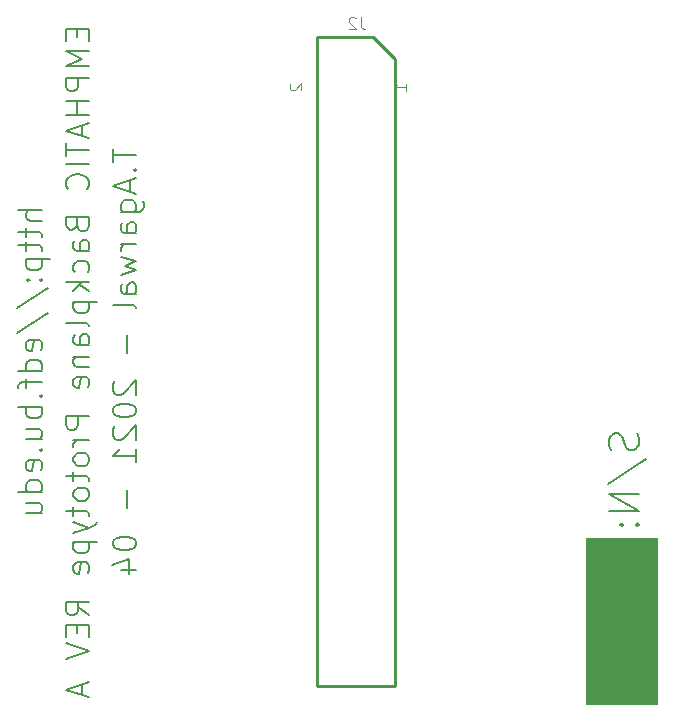
<source format=gbr>
%TF.GenerationSoftware,KiCad,Pcbnew,(5.1.9-0-10_14)*%
%TF.CreationDate,2021-04-19T13:57:32-04:00*%
%TF.ProjectId,backplane-prototype,6261636b-706c-4616-9e65-2d70726f746f,rev?*%
%TF.SameCoordinates,Original*%
%TF.FileFunction,Legend,Bot*%
%TF.FilePolarity,Positive*%
%FSLAX46Y46*%
G04 Gerber Fmt 4.6, Leading zero omitted, Abs format (unit mm)*
G04 Created by KiCad (PCBNEW (5.1.9-0-10_14)) date 2021-04-19 13:57:32*
%MOMM*%
%LPD*%
G01*
G04 APERTURE LIST*
%ADD10C,0.200000*%
%ADD11C,0.100000*%
%ADD12C,0.250000*%
%ADD13C,0.015000*%
G04 APERTURE END LIST*
D10*
X128904761Y-87952380D02*
X128904761Y-89095238D01*
X130904761Y-88523809D02*
X128904761Y-88523809D01*
X130714285Y-89761904D02*
X130809523Y-89857142D01*
X130904761Y-89761904D01*
X130809523Y-89666666D01*
X130714285Y-89761904D01*
X130904761Y-89761904D01*
X130333333Y-90619047D02*
X130333333Y-91571428D01*
X130904761Y-90428571D02*
X128904761Y-91095238D01*
X130904761Y-91761904D01*
X129571428Y-93285714D02*
X131190476Y-93285714D01*
X131380952Y-93190476D01*
X131476190Y-93095238D01*
X131571428Y-92904761D01*
X131571428Y-92619047D01*
X131476190Y-92428571D01*
X130809523Y-93285714D02*
X130904761Y-93095238D01*
X130904761Y-92714285D01*
X130809523Y-92523809D01*
X130714285Y-92428571D01*
X130523809Y-92333333D01*
X129952380Y-92333333D01*
X129761904Y-92428571D01*
X129666666Y-92523809D01*
X129571428Y-92714285D01*
X129571428Y-93095238D01*
X129666666Y-93285714D01*
X130904761Y-95095238D02*
X129857142Y-95095238D01*
X129666666Y-95000000D01*
X129571428Y-94809523D01*
X129571428Y-94428571D01*
X129666666Y-94238095D01*
X130809523Y-95095238D02*
X130904761Y-94904761D01*
X130904761Y-94428571D01*
X130809523Y-94238095D01*
X130619047Y-94142857D01*
X130428571Y-94142857D01*
X130238095Y-94238095D01*
X130142857Y-94428571D01*
X130142857Y-94904761D01*
X130047619Y-95095238D01*
X130904761Y-96047619D02*
X129571428Y-96047619D01*
X129952380Y-96047619D02*
X129761904Y-96142857D01*
X129666666Y-96238095D01*
X129571428Y-96428571D01*
X129571428Y-96619047D01*
X129571428Y-97095238D02*
X130904761Y-97476190D01*
X129952380Y-97857142D01*
X130904761Y-98238095D01*
X129571428Y-98619047D01*
X130904761Y-100238095D02*
X129857142Y-100238095D01*
X129666666Y-100142857D01*
X129571428Y-99952380D01*
X129571428Y-99571428D01*
X129666666Y-99380952D01*
X130809523Y-100238095D02*
X130904761Y-100047619D01*
X130904761Y-99571428D01*
X130809523Y-99380952D01*
X130619047Y-99285714D01*
X130428571Y-99285714D01*
X130238095Y-99380952D01*
X130142857Y-99571428D01*
X130142857Y-100047619D01*
X130047619Y-100238095D01*
X130904761Y-101476190D02*
X130809523Y-101285714D01*
X130619047Y-101190476D01*
X128904761Y-101190476D01*
X130142857Y-103761904D02*
X130142857Y-105285714D01*
X129095238Y-107666666D02*
X129000000Y-107761904D01*
X128904761Y-107952380D01*
X128904761Y-108428571D01*
X129000000Y-108619047D01*
X129095238Y-108714285D01*
X129285714Y-108809523D01*
X129476190Y-108809523D01*
X129761904Y-108714285D01*
X130904761Y-107571428D01*
X130904761Y-108809523D01*
X128904761Y-110047619D02*
X128904761Y-110238095D01*
X129000000Y-110428571D01*
X129095238Y-110523809D01*
X129285714Y-110619047D01*
X129666666Y-110714285D01*
X130142857Y-110714285D01*
X130523809Y-110619047D01*
X130714285Y-110523809D01*
X130809523Y-110428571D01*
X130904761Y-110238095D01*
X130904761Y-110047619D01*
X130809523Y-109857142D01*
X130714285Y-109761904D01*
X130523809Y-109666666D01*
X130142857Y-109571428D01*
X129666666Y-109571428D01*
X129285714Y-109666666D01*
X129095238Y-109761904D01*
X129000000Y-109857142D01*
X128904761Y-110047619D01*
X129095238Y-111476190D02*
X129000000Y-111571428D01*
X128904761Y-111761904D01*
X128904761Y-112238095D01*
X129000000Y-112428571D01*
X129095238Y-112523809D01*
X129285714Y-112619047D01*
X129476190Y-112619047D01*
X129761904Y-112523809D01*
X130904761Y-111380952D01*
X130904761Y-112619047D01*
X130904761Y-114523809D02*
X130904761Y-113380952D01*
X130904761Y-113952380D02*
X128904761Y-113952380D01*
X129190476Y-113761904D01*
X129380952Y-113571428D01*
X129476190Y-113380952D01*
X130142857Y-116904761D02*
X130142857Y-118428571D01*
X128904761Y-121285714D02*
X128904761Y-121476190D01*
X129000000Y-121666666D01*
X129095238Y-121761904D01*
X129285714Y-121857142D01*
X129666666Y-121952380D01*
X130142857Y-121952380D01*
X130523809Y-121857142D01*
X130714285Y-121761904D01*
X130809523Y-121666666D01*
X130904761Y-121476190D01*
X130904761Y-121285714D01*
X130809523Y-121095238D01*
X130714285Y-120999999D01*
X130523809Y-120904761D01*
X130142857Y-120809523D01*
X129666666Y-120809523D01*
X129285714Y-120904761D01*
X129095238Y-120999999D01*
X129000000Y-121095238D01*
X128904761Y-121285714D01*
X129571428Y-123666666D02*
X130904761Y-123666666D01*
X128809523Y-123190476D02*
X130238095Y-122714285D01*
X130238095Y-123952380D01*
X122904761Y-93190476D02*
X120904761Y-93190476D01*
X122904761Y-94047619D02*
X121857142Y-94047619D01*
X121666666Y-93952380D01*
X121571428Y-93761904D01*
X121571428Y-93476190D01*
X121666666Y-93285714D01*
X121761904Y-93190476D01*
X121571428Y-94714285D02*
X121571428Y-95476190D01*
X120904761Y-95000000D02*
X122619047Y-95000000D01*
X122809523Y-95095238D01*
X122904761Y-95285714D01*
X122904761Y-95476190D01*
X121571428Y-95857142D02*
X121571428Y-96619047D01*
X120904761Y-96142857D02*
X122619047Y-96142857D01*
X122809523Y-96238095D01*
X122904761Y-96428571D01*
X122904761Y-96619047D01*
X121571428Y-97285714D02*
X123571428Y-97285714D01*
X121666666Y-97285714D02*
X121571428Y-97476190D01*
X121571428Y-97857142D01*
X121666666Y-98047619D01*
X121761904Y-98142857D01*
X121952380Y-98238095D01*
X122523809Y-98238095D01*
X122714285Y-98142857D01*
X122809523Y-98047619D01*
X122904761Y-97857142D01*
X122904761Y-97476190D01*
X122809523Y-97285714D01*
X122714285Y-99095238D02*
X122809523Y-99190476D01*
X122904761Y-99095238D01*
X122809523Y-99000000D01*
X122714285Y-99095238D01*
X122904761Y-99095238D01*
X121666666Y-99095238D02*
X121761904Y-99190476D01*
X121857142Y-99095238D01*
X121761904Y-99000000D01*
X121666666Y-99095238D01*
X121857142Y-99095238D01*
X120809523Y-101476190D02*
X123380952Y-99761904D01*
X120809523Y-103571428D02*
X123380952Y-101857142D01*
X122809523Y-104999999D02*
X122904761Y-104809523D01*
X122904761Y-104428571D01*
X122809523Y-104238095D01*
X122619047Y-104142857D01*
X121857142Y-104142857D01*
X121666666Y-104238095D01*
X121571428Y-104428571D01*
X121571428Y-104809523D01*
X121666666Y-104999999D01*
X121857142Y-105095238D01*
X122047619Y-105095238D01*
X122238095Y-104142857D01*
X122904761Y-106809523D02*
X120904761Y-106809523D01*
X122809523Y-106809523D02*
X122904761Y-106619047D01*
X122904761Y-106238095D01*
X122809523Y-106047619D01*
X122714285Y-105952380D01*
X122523809Y-105857142D01*
X121952380Y-105857142D01*
X121761904Y-105952380D01*
X121666666Y-106047619D01*
X121571428Y-106238095D01*
X121571428Y-106619047D01*
X121666666Y-106809523D01*
X121571428Y-107476190D02*
X121571428Y-108238095D01*
X122904761Y-107761904D02*
X121190476Y-107761904D01*
X121000000Y-107857142D01*
X120904761Y-108047619D01*
X120904761Y-108238095D01*
X122714285Y-108904761D02*
X122809523Y-108999999D01*
X122904761Y-108904761D01*
X122809523Y-108809523D01*
X122714285Y-108904761D01*
X122904761Y-108904761D01*
X122904761Y-109857142D02*
X120904761Y-109857142D01*
X121666666Y-109857142D02*
X121571428Y-110047619D01*
X121571428Y-110428571D01*
X121666666Y-110619047D01*
X121761904Y-110714285D01*
X121952380Y-110809523D01*
X122523809Y-110809523D01*
X122714285Y-110714285D01*
X122809523Y-110619047D01*
X122904761Y-110428571D01*
X122904761Y-110047619D01*
X122809523Y-109857142D01*
X121571428Y-112523809D02*
X122904761Y-112523809D01*
X121571428Y-111666666D02*
X122619047Y-111666666D01*
X122809523Y-111761904D01*
X122904761Y-111952380D01*
X122904761Y-112238095D01*
X122809523Y-112428571D01*
X122714285Y-112523809D01*
X122714285Y-113476190D02*
X122809523Y-113571428D01*
X122904761Y-113476190D01*
X122809523Y-113380952D01*
X122714285Y-113476190D01*
X122904761Y-113476190D01*
X122809523Y-115190476D02*
X122904761Y-114999999D01*
X122904761Y-114619047D01*
X122809523Y-114428571D01*
X122619047Y-114333333D01*
X121857142Y-114333333D01*
X121666666Y-114428571D01*
X121571428Y-114619047D01*
X121571428Y-114999999D01*
X121666666Y-115190476D01*
X121857142Y-115285714D01*
X122047619Y-115285714D01*
X122238095Y-114333333D01*
X122904761Y-116999999D02*
X120904761Y-116999999D01*
X122809523Y-116999999D02*
X122904761Y-116809523D01*
X122904761Y-116428571D01*
X122809523Y-116238095D01*
X122714285Y-116142857D01*
X122523809Y-116047619D01*
X121952380Y-116047619D01*
X121761904Y-116142857D01*
X121666666Y-116238095D01*
X121571428Y-116428571D01*
X121571428Y-116809523D01*
X121666666Y-116999999D01*
X121571428Y-118809523D02*
X122904761Y-118809523D01*
X121571428Y-117952380D02*
X122619047Y-117952380D01*
X122809523Y-118047619D01*
X122904761Y-118238095D01*
X122904761Y-118523809D01*
X122809523Y-118714285D01*
X122714285Y-118809523D01*
D11*
G36*
X175000000Y-135000000D02*
G01*
X169000000Y-135000000D01*
X169000000Y-120900000D01*
X175000000Y-120900000D01*
X175000000Y-135000000D01*
G37*
X175000000Y-135000000D02*
X169000000Y-135000000D01*
X169000000Y-120900000D01*
X175000000Y-120900000D01*
X175000000Y-135000000D01*
D10*
X173311904Y-112071428D02*
X173430952Y-112428571D01*
X173430952Y-113023809D01*
X173311904Y-113261904D01*
X173192857Y-113380952D01*
X172954761Y-113500000D01*
X172716666Y-113500000D01*
X172478571Y-113380952D01*
X172359523Y-113261904D01*
X172240476Y-113023809D01*
X172121428Y-112547619D01*
X172002380Y-112309523D01*
X171883333Y-112190476D01*
X171645238Y-112071428D01*
X171407142Y-112071428D01*
X171169047Y-112190476D01*
X171050000Y-112309523D01*
X170930952Y-112547619D01*
X170930952Y-113142857D01*
X171050000Y-113500000D01*
X170811904Y-116357142D02*
X174026190Y-114214285D01*
X173430952Y-117190476D02*
X170930952Y-117190476D01*
X173430952Y-118619047D01*
X170930952Y-118619047D01*
X173192857Y-119809523D02*
X173311904Y-119928571D01*
X173430952Y-119809523D01*
X173311904Y-119690476D01*
X173192857Y-119809523D01*
X173430952Y-119809523D01*
X171883333Y-119809523D02*
X172002380Y-119928571D01*
X172121428Y-119809523D01*
X172002380Y-119690476D01*
X171883333Y-119809523D01*
X172121428Y-119809523D01*
X125857142Y-77857142D02*
X125857142Y-78523809D01*
X126904761Y-78809523D02*
X126904761Y-77857142D01*
X124904761Y-77857142D01*
X124904761Y-78809523D01*
X126904761Y-79666666D02*
X124904761Y-79666666D01*
X126333333Y-80333333D01*
X124904761Y-80999999D01*
X126904761Y-80999999D01*
X126904761Y-81952380D02*
X124904761Y-81952380D01*
X124904761Y-82714285D01*
X125000000Y-82904761D01*
X125095238Y-82999999D01*
X125285714Y-83095238D01*
X125571428Y-83095238D01*
X125761904Y-82999999D01*
X125857142Y-82904761D01*
X125952380Y-82714285D01*
X125952380Y-81952380D01*
X126904761Y-83952380D02*
X124904761Y-83952380D01*
X125857142Y-83952380D02*
X125857142Y-85095238D01*
X126904761Y-85095238D02*
X124904761Y-85095238D01*
X126333333Y-85952380D02*
X126333333Y-86904761D01*
X126904761Y-85761904D02*
X124904761Y-86428571D01*
X126904761Y-87095238D01*
X124904761Y-87476190D02*
X124904761Y-88619047D01*
X126904761Y-88047619D02*
X124904761Y-88047619D01*
X126904761Y-89285714D02*
X124904761Y-89285714D01*
X126714285Y-91380952D02*
X126809523Y-91285714D01*
X126904761Y-91000000D01*
X126904761Y-90809523D01*
X126809523Y-90523809D01*
X126619047Y-90333333D01*
X126428571Y-90238095D01*
X126047619Y-90142857D01*
X125761904Y-90142857D01*
X125380952Y-90238095D01*
X125190476Y-90333333D01*
X125000000Y-90523809D01*
X124904761Y-90809523D01*
X124904761Y-91000000D01*
X125000000Y-91285714D01*
X125095238Y-91380952D01*
X125857142Y-94428571D02*
X125952380Y-94714285D01*
X126047619Y-94809523D01*
X126238095Y-94904761D01*
X126523809Y-94904761D01*
X126714285Y-94809523D01*
X126809523Y-94714285D01*
X126904761Y-94523809D01*
X126904761Y-93761904D01*
X124904761Y-93761904D01*
X124904761Y-94428571D01*
X125000000Y-94619047D01*
X125095238Y-94714285D01*
X125285714Y-94809523D01*
X125476190Y-94809523D01*
X125666666Y-94714285D01*
X125761904Y-94619047D01*
X125857142Y-94428571D01*
X125857142Y-93761904D01*
X126904761Y-96619047D02*
X125857142Y-96619047D01*
X125666666Y-96523809D01*
X125571428Y-96333333D01*
X125571428Y-95952380D01*
X125666666Y-95761904D01*
X126809523Y-96619047D02*
X126904761Y-96428571D01*
X126904761Y-95952380D01*
X126809523Y-95761904D01*
X126619047Y-95666666D01*
X126428571Y-95666666D01*
X126238095Y-95761904D01*
X126142857Y-95952380D01*
X126142857Y-96428571D01*
X126047619Y-96619047D01*
X126809523Y-98428571D02*
X126904761Y-98238095D01*
X126904761Y-97857142D01*
X126809523Y-97666666D01*
X126714285Y-97571428D01*
X126523809Y-97476190D01*
X125952380Y-97476190D01*
X125761904Y-97571428D01*
X125666666Y-97666666D01*
X125571428Y-97857142D01*
X125571428Y-98238095D01*
X125666666Y-98428571D01*
X126904761Y-99285714D02*
X124904761Y-99285714D01*
X126142857Y-99476190D02*
X126904761Y-100047619D01*
X125571428Y-100047619D02*
X126333333Y-99285714D01*
X125571428Y-100904761D02*
X127571428Y-100904761D01*
X125666666Y-100904761D02*
X125571428Y-101095238D01*
X125571428Y-101476190D01*
X125666666Y-101666666D01*
X125761904Y-101761904D01*
X125952380Y-101857142D01*
X126523809Y-101857142D01*
X126714285Y-101761904D01*
X126809523Y-101666666D01*
X126904761Y-101476190D01*
X126904761Y-101095238D01*
X126809523Y-100904761D01*
X126904761Y-102999999D02*
X126809523Y-102809523D01*
X126619047Y-102714285D01*
X124904761Y-102714285D01*
X126904761Y-104619047D02*
X125857142Y-104619047D01*
X125666666Y-104523809D01*
X125571428Y-104333333D01*
X125571428Y-103952380D01*
X125666666Y-103761904D01*
X126809523Y-104619047D02*
X126904761Y-104428571D01*
X126904761Y-103952380D01*
X126809523Y-103761904D01*
X126619047Y-103666666D01*
X126428571Y-103666666D01*
X126238095Y-103761904D01*
X126142857Y-103952380D01*
X126142857Y-104428571D01*
X126047619Y-104619047D01*
X125571428Y-105571428D02*
X126904761Y-105571428D01*
X125761904Y-105571428D02*
X125666666Y-105666666D01*
X125571428Y-105857142D01*
X125571428Y-106142857D01*
X125666666Y-106333333D01*
X125857142Y-106428571D01*
X126904761Y-106428571D01*
X126809523Y-108142857D02*
X126904761Y-107952380D01*
X126904761Y-107571428D01*
X126809523Y-107380952D01*
X126619047Y-107285714D01*
X125857142Y-107285714D01*
X125666666Y-107380952D01*
X125571428Y-107571428D01*
X125571428Y-107952380D01*
X125666666Y-108142857D01*
X125857142Y-108238095D01*
X126047619Y-108238095D01*
X126238095Y-107285714D01*
X126904761Y-110619047D02*
X124904761Y-110619047D01*
X124904761Y-111380952D01*
X125000000Y-111571428D01*
X125095238Y-111666666D01*
X125285714Y-111761904D01*
X125571428Y-111761904D01*
X125761904Y-111666666D01*
X125857142Y-111571428D01*
X125952380Y-111380952D01*
X125952380Y-110619047D01*
X126904761Y-112619047D02*
X125571428Y-112619047D01*
X125952380Y-112619047D02*
X125761904Y-112714285D01*
X125666666Y-112809523D01*
X125571428Y-112999999D01*
X125571428Y-113190476D01*
X126904761Y-114142857D02*
X126809523Y-113952380D01*
X126714285Y-113857142D01*
X126523809Y-113761904D01*
X125952380Y-113761904D01*
X125761904Y-113857142D01*
X125666666Y-113952380D01*
X125571428Y-114142857D01*
X125571428Y-114428571D01*
X125666666Y-114619047D01*
X125761904Y-114714285D01*
X125952380Y-114809523D01*
X126523809Y-114809523D01*
X126714285Y-114714285D01*
X126809523Y-114619047D01*
X126904761Y-114428571D01*
X126904761Y-114142857D01*
X125571428Y-115380952D02*
X125571428Y-116142857D01*
X124904761Y-115666666D02*
X126619047Y-115666666D01*
X126809523Y-115761904D01*
X126904761Y-115952380D01*
X126904761Y-116142857D01*
X126904761Y-117095238D02*
X126809523Y-116904761D01*
X126714285Y-116809523D01*
X126523809Y-116714285D01*
X125952380Y-116714285D01*
X125761904Y-116809523D01*
X125666666Y-116904761D01*
X125571428Y-117095238D01*
X125571428Y-117380952D01*
X125666666Y-117571428D01*
X125761904Y-117666666D01*
X125952380Y-117761904D01*
X126523809Y-117761904D01*
X126714285Y-117666666D01*
X126809523Y-117571428D01*
X126904761Y-117380952D01*
X126904761Y-117095238D01*
X125571428Y-118333333D02*
X125571428Y-119095238D01*
X124904761Y-118619047D02*
X126619047Y-118619047D01*
X126809523Y-118714285D01*
X126904761Y-118904761D01*
X126904761Y-119095238D01*
X125571428Y-119571428D02*
X126904761Y-120047619D01*
X125571428Y-120523809D02*
X126904761Y-120047619D01*
X127380952Y-119857142D01*
X127476190Y-119761904D01*
X127571428Y-119571428D01*
X125571428Y-121285714D02*
X127571428Y-121285714D01*
X125666666Y-121285714D02*
X125571428Y-121476190D01*
X125571428Y-121857142D01*
X125666666Y-122047619D01*
X125761904Y-122142857D01*
X125952380Y-122238095D01*
X126523809Y-122238095D01*
X126714285Y-122142857D01*
X126809523Y-122047619D01*
X126904761Y-121857142D01*
X126904761Y-121476190D01*
X126809523Y-121285714D01*
X126809523Y-123857142D02*
X126904761Y-123666666D01*
X126904761Y-123285714D01*
X126809523Y-123095238D01*
X126619047Y-122999999D01*
X125857142Y-122999999D01*
X125666666Y-123095238D01*
X125571428Y-123285714D01*
X125571428Y-123666666D01*
X125666666Y-123857142D01*
X125857142Y-123952380D01*
X126047619Y-123952380D01*
X126238095Y-122999999D01*
X126904761Y-127476190D02*
X125952380Y-126809523D01*
X126904761Y-126333333D02*
X124904761Y-126333333D01*
X124904761Y-127095238D01*
X125000000Y-127285714D01*
X125095238Y-127380952D01*
X125285714Y-127476190D01*
X125571428Y-127476190D01*
X125761904Y-127380952D01*
X125857142Y-127285714D01*
X125952380Y-127095238D01*
X125952380Y-126333333D01*
X125857142Y-128333333D02*
X125857142Y-128999999D01*
X126904761Y-129285714D02*
X126904761Y-128333333D01*
X124904761Y-128333333D01*
X124904761Y-129285714D01*
X124904761Y-129857142D02*
X126904761Y-130523809D01*
X124904761Y-131190476D01*
X126333333Y-133285714D02*
X126333333Y-134238095D01*
X126904761Y-133095238D02*
X124904761Y-133761904D01*
X126904761Y-134428571D01*
D12*
%TO.C,J2*%
X146200000Y-133500000D02*
X152800000Y-133500000D01*
X146200000Y-78500000D02*
X146200000Y-133500000D01*
X150900000Y-78500000D02*
X146200000Y-78500000D01*
X152800000Y-80400000D02*
X150900000Y-78500000D01*
X152800000Y-133500000D02*
X152800000Y-80400000D01*
D13*
X149893370Y-76832320D02*
X149893370Y-77546685D01*
X149940994Y-77689557D01*
X150036242Y-77784806D01*
X150179115Y-77832430D01*
X150274364Y-77832430D01*
X149464751Y-76927569D02*
X149417127Y-76879945D01*
X149321878Y-76832320D01*
X149083757Y-76832320D01*
X148988508Y-76879945D01*
X148940884Y-76927569D01*
X148893260Y-77022817D01*
X148893260Y-77118066D01*
X148940884Y-77260939D01*
X149512375Y-77832430D01*
X148893260Y-77832430D01*
X153762649Y-83044232D02*
X153762649Y-82472767D01*
X153762649Y-82758500D02*
X152762586Y-82758500D01*
X152905452Y-82663255D01*
X153000696Y-82568011D01*
X153048318Y-82472767D01*
X143960769Y-82445132D02*
X143913092Y-82492810D01*
X143865414Y-82588166D01*
X143865414Y-82826555D01*
X143913092Y-82921911D01*
X143960769Y-82969589D01*
X144056125Y-83017267D01*
X144151481Y-83017267D01*
X144294515Y-82969589D01*
X144866650Y-82397454D01*
X144866650Y-83017267D01*
%TD*%
M02*

</source>
